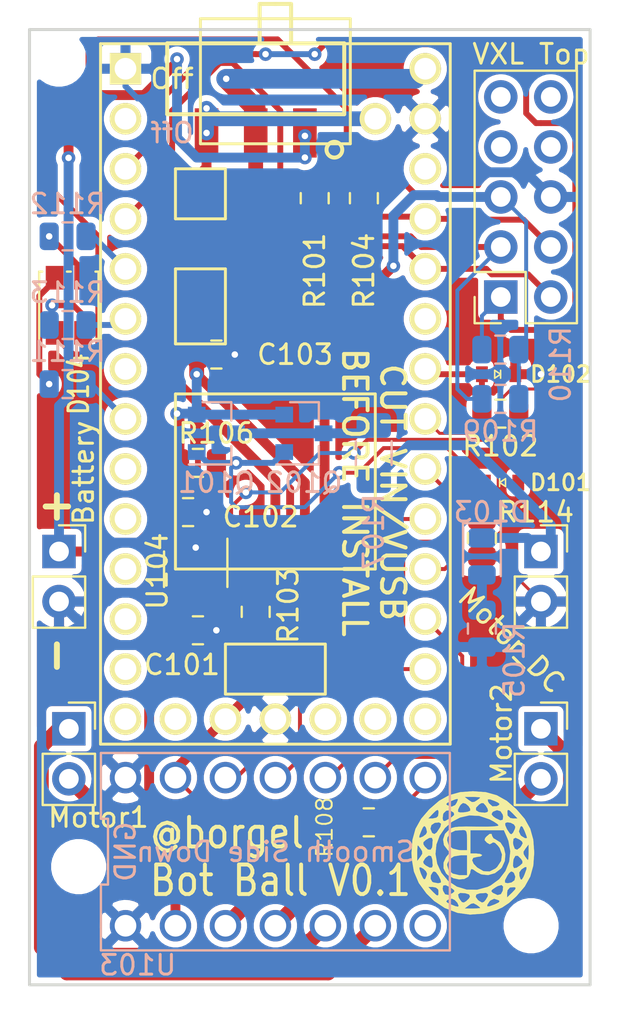
<source format=kicad_pcb>
(kicad_pcb (version 20171130) (host pcbnew "(5.1.2)-2")
  (layers (0 F.Cu signal) (31 B.Cu signal) (34 B.Paste user) (35 F.Paste user) (36 B.SilkS user) (37 F.SilkS user) (38 B.Mask user) (39 F.Mask user) (44 Edge.Cuts user))
  (net 0 "")
  (net 1 "Net-(D101-Pad1)")
  (net 2 "Net-(D101-Pad2)")
  (net 3 GND)
  (net 4 "Net-(U101-Pad2)")
  (net 5 "Net-(U101-Pad7)")
  (net 6 "Net-(U101-Pad9)")
  (net 7 "Net-(U101-Pad10)")
  (net 8 "Net-(U101-Pad11)")
  (net 9 "Net-(U101-Pad12)")
  (net 10 "Net-(U101-Pad13)")
  (net 11 "Net-(U101-Pad31)")
  (net 12 "Net-(U101-Pad28)")
  (net 13 "Net-(U101-Pad14)")
  (net 14 +3V3)
  (net 15 "Net-(U101-Pad20)")
  (net 16 "Net-(U101-Pad19)")
  (net 17 "Net-(U101-Pad18)")
  (net 18 Vusb)
  (net 19 "Net-(C102-Pad1)")
  (net 20 /~BATT_CHARGE_STAT)
  (net 21 "Net-(D103-Pad2)")
  (net 22 "Net-(D103-Pad1)")
  (net 23 "Net-(J101-Pad2)")
  (net 24 "Net-(J101-Pad1)")
  (net 25 "Net-(J102-Pad2)")
  (net 26 "Net-(J102-Pad1)")
  (net 27 /I2C1_SCL)
  (net 28 "Net-(R102-Pad1)")
  (net 29 "Net-(R103-Pad1)")
  (net 30 /I2C1_SDA)
  (net 31 Vin)
  (net 32 /MIRROR_MOTOR_PWM)
  (net 33 "Net-(Q101-Pad3)")
  (net 34 "Net-(R108-Pad1)")
  (net 35 /~VLX_SDN)
  (net 36 /VLX_INT)
  (net 37 "Net-(D104-Pad2)")
  (net 38 /LED_R_PWM)
  (net 39 "Net-(D104-Pad3)")
  (net 40 /LED_G_PWM)
  (net 41 "Net-(D104-Pad4)")
  (net 42 /LED_B_PWM)
  (net 43 /Motor1_PWM)
  (net 44 /Motor2_PWM)
  (net 45 /Motor1_Phase)
  (net 46 /Motor2_Phase)
  (net 47 "Net-(U102-Pad10)")
  (net 48 "Net-(U102-Pad9)")
  (net 49 "Net-(U102-Pad7)")
  (net 50 "Net-(U103-Pad8)")
  (net 51 "Net-(U102-Pad8)")
  (net 52 "Net-(U101-Pad15)")
  (module "Borgel Custom:BTG Logo 0.25in" (layer F.Cu) (at 130 74.25)
    (fp_text reference G*** hide)
    (fp_text value LOGO hide)
  )
  (module "Borgel Custom:Pololu-DRV8835-Carrier" (layer B.Cu) (at 120 74.24)
    (fp_text reference U103 (at -7 5.76) (layer B.SilkS) (effects (justify mirror)))
    (fp_text value Pololu-DRV8835-2135)
    (fp_text user GND (at -7.62 0 -90) (layer B.SilkS) (effects (justify mirror)))
    (fp_text user "Smooth Side Down" (at 0 0) (layer B.SilkS) (effects (justify mirror)))
    (pad 7 thru_hole circle (at 7.62 -3.76) (size 1.6 1.6) (drill 1.1) (layers *.Cu *.Mask) (net 34 "Net-(R108-Pad1)"))
    (pad 8 thru_hole circle (at 7.62 3.76) (size 1.6 1.6) (drill 1.1) (layers *.Cu *.Mask) (net 50 "Net-(U103-Pad8)"))
    (pad 6 thru_hole circle (at 5.08 -3.76) (size 1.6 1.6) (drill 1.1) (layers *.Cu *.Mask) (net 45 /Motor1_Phase))
    (pad 9 thru_hole circle (at 5.08 3.76) (size 1.6 1.6) (drill 1.1) (layers *.Cu *.Mask) (net 24 "Net-(J101-Pad1)"))
    (pad 5 thru_hole circle (at 2.54 -3.76) (size 1.6 1.6) (drill 1.1) (layers *.Cu *.Mask) (net 43 /Motor1_PWM))
    (pad 10 thru_hole circle (at 2.54 3.76) (size 1.6 1.6) (drill 1.1) (layers *.Cu *.Mask) (net 23 "Net-(J101-Pad2)"))
    (pad 4 thru_hole circle (at 0 -3.76) (size 1.6 1.6) (drill 1.1) (layers *.Cu *.Mask) (net 46 /Motor2_Phase))
    (pad 11 thru_hole circle (at 0 3.76) (size 1.6 1.6) (drill 1.1) (layers *.Cu *.Mask) (net 26 "Net-(J102-Pad1)"))
    (pad 3 thru_hole circle (at -2.54 -3.76) (size 1.6 1.6) (drill 1.1) (layers *.Cu *.Mask) (net 44 /Motor2_PWM))
    (pad 12 thru_hole circle (at -2.54 3.76) (size 1.6 1.6) (drill 1.1) (layers *.Cu *.Mask) (net 25 "Net-(J102-Pad2)"))
    (pad 2 thru_hole circle (at -5.08 -3.76) (size 1.6 1.6) (drill 1.1) (layers *.Cu *.Mask) (net 14 +3V3))
    (pad 13 thru_hole circle (at -5.08 3.76) (size 1.6 1.6) (drill 1.1) (layers *.Cu *.Mask) (net 31 Vin))
    (pad 1 thru_hole circle (at -7.62 -3.76) (size 1.6 1.6) (drill 1.1) (layers *.Cu *.Mask) (net 3 GND))
    (pad 14 thru_hole circle (at -7.62 3.76) (size 1.6 1.6) (drill 1.1) (layers *.Cu *.Mask) (net 3 GND))
  )
  (module MountingHole:MountingHole_2.2mm_M2 (layer F.Cu) (at 110 75)
    (fp_text reference H103 hide)
    (fp_text value MountingHole hide)
    (pad 1 np_thru_hole circle (at 0 0) (size 2.2 2.2) (drill 2.2) (layers *.Cu *.Mask))
  )
  (module MountingHole:MountingHole_2.2mm_M2 (layer F.Cu) (at 109 34)
    (fp_text reference H102 hide)
    (fp_text value MountingHole hide)
    (pad 1 np_thru_hole circle (at 0 0) (size 2.2 2.2) (drill 2.2) (layers *.Cu *.Mask))
  )
  (module MountingHole:MountingHole_2.2mm_M2 (layer F.Cu) (at 133 78)
    (fp_text reference H101 hide)
    (fp_text value MountingHole hide)
    (pad 1 np_thru_hole circle (at 0 0) (size 2.2 2.2) (drill 2.2) (layers *.Cu *.Mask))
  )
  (module Resistor_SMD:R_0805_2012Metric (layer F.Cu) (at 130.5 58.312499 90)
    (fp_text reference R114 (at 1.312499 2.75 180) (layer F.SilkS))
    (fp_text value 400r)
    (pad 2 smd roundrect (at 0.9375 0 90) (size 0.975 1.4) (layers F.Cu F.Paste F.Mask) (net 1 "Net-(D101-Pad1)"))
    (pad 1 smd roundrect (at -0.9375 0 90) (size 0.975 1.4) (layers F.Cu F.Paste F.Mask) (net 3 GND))
  )
  (module LED_SMD:LED_Kingbright_AAA3528ESGCT (layer F.Cu) (at 109.5 46.5 90)
    (fp_text reference D104 (at -4 0.5 90) (layer F.SilkS) (effects (font (size 1 0.8))))
    (fp_text value LED_ARGB)
    (pad 1 smd rect (at -1.4 -0.725 90) (size 1.2 0.9) (layers F.Cu F.Paste F.Mask) (net 14 +3V3))
    (pad 3 smd rect (at 1.4 0.725 90) (size 1.2 0.9) (layers F.Cu F.Paste F.Mask) (net 39 "Net-(D104-Pad3)"))
    (pad 4 smd rect (at -1.4 0.725 90) (size 1.2 0.9) (layers F.Cu F.Paste F.Mask) (net 41 "Net-(D104-Pad4)"))
    (pad 2 smd rect (at 1.4 -0.725 90) (size 1.2 0.9) (layers F.Cu F.Paste F.Mask) (net 37 "Net-(D104-Pad2)"))
  )
  (module Capacitor_SMD:C_0805_2012Metric (layer F.Cu) (at 117 49)
    (fp_text reference C103 (at 4 0) (layer F.SilkS))
    (fp_text value 4.7uF)
    (pad 2 smd roundrect (at 0.9375 0) (size 0.975 1.4) (layers F.Cu F.Paste F.Mask) (net 3 GND))
    (pad 1 smd roundrect (at -0.9375 0) (size 0.975 1.4) (layers F.Cu F.Paste F.Mask) (net 31 Vin))
  )
  (module teensy:TeensyLC-StrippedUSB (layer F.Cu) (at 120 51 270)
    (fp_text reference U101 hide)
    (fp_text value Teensy-LC)
    (pad 1 thru_hole rect (at -16.51 7.62 270) (size 1.6 1.6) (drill 1.1) (layers *.Cu *.Mask F.SilkS) (net 3 GND))
    (pad 2 thru_hole circle (at -13.97 7.62 270) (size 1.6 1.6) (drill 1.1) (layers *.Cu *.Mask F.SilkS) (net 4 "Net-(U101-Pad2)"))
    (pad 3 thru_hole circle (at -11.43 7.62 270) (size 1.6 1.6) (drill 1.1) (layers *.Cu *.Mask F.SilkS) (net 36 /VLX_INT))
    (pad 4 thru_hole circle (at -8.89 7.62 270) (size 1.6 1.6) (drill 1.1) (layers *.Cu *.Mask F.SilkS) (net 35 /~VLX_SDN))
    (pad 5 thru_hole circle (at -6.35 7.62 270) (size 1.6 1.6) (drill 1.1) (layers *.Cu *.Mask F.SilkS) (net 40 /LED_G_PWM))
    (pad 6 thru_hole circle (at -3.81 7.62 270) (size 1.6 1.6) (drill 1.1) (layers *.Cu *.Mask F.SilkS) (net 42 /LED_B_PWM))
    (pad 7 thru_hole circle (at -1.27 7.62 270) (size 1.6 1.6) (drill 1.1) (layers *.Cu *.Mask F.SilkS) (net 5 "Net-(U101-Pad7)"))
    (pad 8 thru_hole circle (at 1.27 7.62 270) (size 1.6 1.6) (drill 1.1) (layers *.Cu *.Mask F.SilkS) (net 38 /LED_R_PWM))
    (pad 9 thru_hole circle (at 3.81 7.62 270) (size 1.6 1.6) (drill 1.1) (layers *.Cu *.Mask F.SilkS) (net 6 "Net-(U101-Pad9)"))
    (pad 10 thru_hole circle (at 6.35 7.62 270) (size 1.6 1.6) (drill 1.1) (layers *.Cu *.Mask F.SilkS) (net 7 "Net-(U101-Pad10)"))
    (pad 11 thru_hole circle (at 8.89 7.62 270) (size 1.6 1.6) (drill 1.1) (layers *.Cu *.Mask F.SilkS) (net 8 "Net-(U101-Pad11)"))
    (pad 12 thru_hole circle (at 11.43 7.62 270) (size 1.6 1.6) (drill 1.1) (layers *.Cu *.Mask F.SilkS) (net 9 "Net-(U101-Pad12)"))
    (pad 13 thru_hole circle (at 13.97 7.62 270) (size 1.6 1.6) (drill 1.1) (layers *.Cu *.Mask F.SilkS) (net 10 "Net-(U101-Pad13)"))
    (pad 34 thru_hole circle (at -13.97 -5.08 270) (size 1.6 1.6) (drill 1.1) (layers *.Cu *.Mask F.SilkS) (net 18 Vusb))
    (pad 33 thru_hole circle (at -16.51 -7.62 270) (size 1.6 1.6) (drill 1.1) (layers *.Cu *.Mask F.SilkS) (net 31 Vin))
    (pad 32 thru_hole circle (at -13.97 -7.62 270) (size 1.6 1.6) (drill 1.1) (layers *.Cu *.Mask F.SilkS) (net 3 GND))
    (pad 31 thru_hole circle (at -11.43 -7.62 270) (size 1.6 1.6) (drill 1.1) (layers *.Cu *.Mask F.SilkS) (net 11 "Net-(U101-Pad31)"))
    (pad 30 thru_hole circle (at -8.89 -7.62 270) (size 1.6 1.6) (drill 1.1) (layers *.Cu *.Mask F.SilkS) (net 30 /I2C1_SDA))
    (pad 29 thru_hole circle (at -6.35 -7.62 270) (size 1.6 1.6) (drill 1.1) (layers *.Cu *.Mask F.SilkS) (net 27 /I2C1_SCL))
    (pad 28 thru_hole circle (at -3.81 -7.62 270) (size 1.6 1.6) (drill 1.1) (layers *.Cu *.Mask F.SilkS) (net 12 "Net-(U101-Pad28)"))
    (pad 27 thru_hole circle (at -1.27 -7.62 270) (size 1.6 1.6) (drill 1.1) (layers *.Cu *.Mask F.SilkS) (net 20 /~BATT_CHARGE_STAT))
    (pad 26 thru_hole circle (at 1.27 -7.62 270) (size 1.6 1.6) (drill 1.1) (layers *.Cu *.Mask F.SilkS) (net 2 "Net-(D101-Pad2)"))
    (pad 25 thru_hole circle (at 3.81 -7.62 270) (size 1.6 1.6) (drill 1.1) (layers *.Cu *.Mask F.SilkS) (net 43 /Motor1_PWM))
    (pad 24 thru_hole circle (at 6.35 -7.62 270) (size 1.6 1.6) (drill 1.1) (layers *.Cu *.Mask F.SilkS) (net 44 /Motor2_PWM))
    (pad 23 thru_hole circle (at 8.89 -7.62 270) (size 1.6 1.6) (drill 1.1) (layers *.Cu *.Mask F.SilkS) (net 32 /MIRROR_MOTOR_PWM))
    (pad 22 thru_hole circle (at 11.43 -7.62 270) (size 1.6 1.6) (drill 1.1) (layers *.Cu *.Mask F.SilkS) (net 45 /Motor1_Phase))
    (pad 21 thru_hole circle (at 13.97 -7.62 270) (size 1.6 1.6) (drill 1.1) (layers *.Cu *.Mask F.SilkS) (net 46 /Motor2_Phase))
    (pad 14 thru_hole circle (at 16.51 7.62 270) (size 1.6 1.6) (drill 1.1) (layers *.Cu *.Mask F.SilkS) (net 13 "Net-(U101-Pad14)"))
    (pad 15 thru_hole circle (at 16.51 5.08 270) (size 1.6 1.6) (drill 1.1) (layers *.Cu *.Mask F.SilkS) (net 52 "Net-(U101-Pad15)"))
    (pad 16 thru_hole circle (at 16.51 2.54 270) (size 1.6 1.6) (drill 1.1) (layers *.Cu *.Mask F.SilkS) (net 14 +3V3))
    (pad 20 thru_hole circle (at 16.51 -7.62 270) (size 1.6 1.6) (drill 1.1) (layers *.Cu *.Mask F.SilkS) (net 15 "Net-(U101-Pad20)"))
    (pad 19 thru_hole circle (at 16.51 -5.08 270) (size 1.6 1.6) (drill 1.1) (layers *.Cu *.Mask F.SilkS) (net 16 "Net-(U101-Pad19)"))
    (pad 18 thru_hole circle (at 16.51 -2.54 270) (size 1.6 1.6) (drill 1.1) (layers *.Cu *.Mask F.SilkS) (net 17 "Net-(U101-Pad18)"))
    (pad 17 thru_hole circle (at 16.51 0 270) (size 1.6 1.6) (drill 1.1) (layers *.Cu *.Mask F.SilkS) (net 3 GND))
  )
  (module "Borgel Custom:CK-JS102011SAQN_sm-spdt-switch-NoPeg" (layer F.Cu) (at 119 35 180)
    (fp_text reference SW101 hide)
    (fp_text value SW_SPDT hide)
    (pad 1 smd rect (at -2.5 -2.75 180) (size 1.2 2.5) (layers F.Cu F.Paste F.Mask) (net 19 "Net-(C102-Pad1)"))
    (pad 2 smd rect (at 0 -2.75 180) (size 1.2 2.5) (layers F.Cu F.Paste F.Mask) (net 31 Vin))
    (pad 3 smd rect (at 2.5 -2.75 180) (size 1.2 2.5) (layers F.Cu F.Paste F.Mask) (net 18 Vusb))
  )
  (module Package_TO_SOT_SMD:SOT-23 (layer B.Cu) (at 121.45 53)
    (fp_text reference Q102 (at 0 2.5) (layer B.SilkS) (effects (justify mirror)))
    (fp_text value DMP3099L-7)
    (pad 3 smd rect (at 1 0) (size 0.9 0.8) (layers B.Cu B.Paste B.Mask) (net 33 "Net-(Q101-Pad3)"))
    (pad 2 smd rect (at -1 -0.95) (size 0.9 0.8) (layers B.Cu B.Paste B.Mask) (net 31 Vin))
    (pad 1 smd rect (at -1 0.95) (size 0.9 0.8) (layers B.Cu B.Paste B.Mask) (net 32 /MIRROR_MOTOR_PWM))
  )
  (module Package_TO_SOT_SMD:SOT-23 (layer B.Cu) (at 117 53)
    (fp_text reference Q101 (at 0 2.5) (layer B.SilkS) (effects (justify mirror)))
    (fp_text value DMP3099L-7)
    (pad 3 smd rect (at 1 0) (size 0.9 0.8) (layers B.Cu B.Paste B.Mask) (net 33 "Net-(Q101-Pad3)"))
    (pad 2 smd rect (at -1 -0.95) (size 0.9 0.8) (layers B.Cu B.Paste B.Mask) (net 31 Vin))
    (pad 1 smd rect (at -1 0.95) (size 0.9 0.8) (layers B.Cu B.Paste B.Mask) (net 32 /MIRROR_MOTOR_PWM))
  )
  (module Package_TO_SOT_SMD:SOT-23-5 (layer F.Cu) (at 115.95 59.9 270)
    (fp_text reference U104 (at 0.1 1.95 90) (layer F.SilkS))
    (fp_text value MCP73831)
    (pad 5 smd rect (at 1.1 -0.95 270) (size 1.06 0.65) (layers F.Cu F.Paste F.Mask) (net 29 "Net-(R103-Pad1)"))
    (pad 4 smd rect (at 1.1 0.95 270) (size 1.06 0.65) (layers F.Cu F.Paste F.Mask) (net 18 Vusb))
    (pad 3 smd rect (at -1.1 0.95 270) (size 1.06 0.65) (layers F.Cu F.Paste F.Mask) (net 19 "Net-(C102-Pad1)"))
    (pad 2 smd rect (at -1.1 0 270) (size 1.06 0.65) (layers F.Cu F.Paste F.Mask) (net 3 GND))
    (pad 1 smd rect (at -1.1 -0.95 270) (size 1.06 0.65) (layers F.Cu F.Paste F.Mask) (net 28 "Net-(R102-Pad1)"))
  )
  (module Connector_PinSocket_2.54mm:PinSocket_2x05_P2.54mm_Vertical (layer F.Cu) (at 131.46 46.08 180)
    (fp_text reference U102 hide)
    (fp_text value VL53L1X-SATEL)
    (pad 10 thru_hole oval (at -2.54 10.16 180) (size 1.7 1.7) (drill 1) (layers *.Cu *.Mask) (net 47 "Net-(U102-Pad10)"))
    (pad 9 thru_hole oval (at 0 10.16 180) (size 1.7 1.7) (drill 1) (layers *.Cu *.Mask) (net 48 "Net-(U102-Pad9)"))
    (pad 8 thru_hole oval (at -2.54 7.62 180) (size 1.7 1.7) (drill 1) (layers *.Cu *.Mask) (net 51 "Net-(U102-Pad8)"))
    (pad 7 thru_hole oval (at 0 7.62 180) (size 1.7 1.7) (drill 1) (layers *.Cu *.Mask) (net 49 "Net-(U102-Pad7)"))
    (pad 6 thru_hole oval (at -2.54 5.08 180) (size 1.7 1.7) (drill 1) (layers *.Cu *.Mask) (net 3 GND))
    (pad 5 thru_hole oval (at 0 5.08 180) (size 1.7 1.7) (drill 1) (layers *.Cu *.Mask) (net 14 +3V3))
    (pad 4 thru_hole oval (at -2.54 2.54 180) (size 1.7 1.7) (drill 1) (layers *.Cu *.Mask) (net 30 /I2C1_SDA))
    (pad 3 thru_hole oval (at 0 2.54 180) (size 1.7 1.7) (drill 1) (layers *.Cu *.Mask) (net 35 /~VLX_SDN))
    (pad 2 thru_hole oval (at -2.54 0 180) (size 1.7 1.7) (drill 1) (layers *.Cu *.Mask) (net 27 /I2C1_SCL))
    (pad 1 thru_hole rect (at 0 0 180) (size 1.7 1.7) (drill 1) (layers *.Cu *.Mask) (net 36 /VLX_INT))
  )
  (module Resistor_SMD:R_0805_2012Metric (layer B.Cu) (at 109.4375 47.5 180)
    (fp_text reference R113 (at 0 1.65) (layer B.SilkS) (effects (justify mirror)))
    (fp_text value 400r)
    (pad 2 smd roundrect (at 0.9375 0 180) (size 0.975 1.4) (layers B.Cu B.Paste B.Mask) (net 41 "Net-(D104-Pad4)"))
    (pad 1 smd roundrect (at -0.9375 0 180) (size 0.975 1.4) (layers B.Cu B.Paste B.Mask) (net 42 /LED_B_PWM))
  )
  (module Resistor_SMD:R_0805_2012Metric (layer B.Cu) (at 109.4375 43 180)
    (fp_text reference R112 (at 0 1.65) (layer B.SilkS) (effects (justify mirror)))
    (fp_text value 400r)
    (pad 2 smd roundrect (at 0.9375 0 180) (size 0.975 1.4) (layers B.Cu B.Paste B.Mask) (net 39 "Net-(D104-Pad3)"))
    (pad 1 smd roundrect (at -0.9375 0 180) (size 0.975 1.4) (layers B.Cu B.Paste B.Mask) (net 40 /LED_G_PWM))
  )
  (module Resistor_SMD:R_0805_2012Metric (layer B.Cu) (at 109.4375 50.5 180)
    (fp_text reference R111 (at 0 1.65) (layer B.SilkS) (effects (justify mirror)))
    (fp_text value 400r)
    (pad 2 smd roundrect (at 0.9375 0 180) (size 0.975 1.4) (layers B.Cu B.Paste B.Mask) (net 37 "Net-(D104-Pad2)"))
    (pad 1 smd roundrect (at -0.9375 0 180) (size 0.975 1.4) (layers B.Cu B.Paste B.Mask) (net 38 /LED_R_PWM))
  )
  (module Resistor_SMD:R_0805_2012Metric (layer B.Cu) (at 131.4375 48.75)
    (fp_text reference R110 (at 3.0625 0.75 270) (layer B.SilkS) (effects (justify mirror)))
    (fp_text value 10k)
    (pad 2 smd roundrect (at 0.9375 0) (size 0.975 1.4) (layers B.Cu B.Paste B.Mask) (net 14 +3V3))
    (pad 1 smd roundrect (at -0.9375 0) (size 0.975 1.4) (layers B.Cu B.Paste B.Mask) (net 36 /VLX_INT))
  )
  (module Resistor_SMD:R_0805_2012Metric (layer B.Cu) (at 131.4375 51.25)
    (fp_text reference R109 (at 0 1.65) (layer B.SilkS) (effects (justify mirror)))
    (fp_text value 10k)
    (pad 2 smd roundrect (at 0.9375 0) (size 0.975 1.4) (layers B.Cu B.Paste B.Mask) (net 14 +3V3))
    (pad 1 smd roundrect (at -0.9375 0) (size 0.975 1.4) (layers B.Cu B.Paste B.Mask) (net 35 /~VLX_SDN))
  )
  (module Resistor_SMD:R_0805_2012Metric (layer F.Cu) (at 124.75 72.75 180)
    (fp_text reference R108 (at 2.25 -0.25 90) (layer F.SilkS) (effects (font (size 0.8 0.8) (thickness 0.1))))
    (fp_text value 10k)
    (pad 2 smd roundrect (at 0.9375 0 180) (size 0.975 1.4) (layers F.Cu F.Paste F.Mask) (net 14 +3V3))
    (pad 1 smd roundrect (at -0.9375 0 180) (size 0.975 1.4) (layers F.Cu F.Paste F.Mask) (net 34 "Net-(R108-Pad1)"))
  )
  (module Resistor_SMD:R_1206_3216Metric (layer B.Cu) (at 125 54 90)
    (fp_text reference R107 (at -4 0 90) (layer B.SilkS) (effects (justify mirror)))
    (fp_text value 0r)
    (pad 2 smd roundrect (at 1.4 0 90) (size 1.25 1.75) (layers B.Cu B.Paste B.Mask) (roundrect_rratio 0.2) (net 33 "Net-(Q101-Pad3)"))
    (pad 1 smd roundrect (at -1.4 0 90) (size 1.25 1.75) (layers B.Cu B.Paste B.Mask) (roundrect_rratio 0.2) (net 22 "Net-(D103-Pad1)"))
  )
  (module Resistor_SMD:R_0805_2012Metric (layer F.Cu) (at 116.0625 54.5 180)
    (fp_text reference R106 (at -0.9375 1.5) (layer F.SilkS))
    (fp_text value 10k)
    (pad 1 smd roundrect (at -0.9375 0 180) (size 0.975 1.4) (layers F.Cu F.Paste F.Mask) (net 32 /MIRROR_MOTOR_PWM))
    (pad 2 smd roundrect (at 0.9375 0 180) (size 0.975 1.4) (layers F.Cu F.Paste F.Mask) (net 31 Vin))
  )
  (module Resistor_SMD:R_0805_2012Metric (layer B.Cu) (at 130.5 62.912913 90)
    (fp_text reference R105 (at -1.587087 1.65 90) (layer B.SilkS) (effects (justify mirror)))
    (fp_text value 0r)
    (pad 2 smd roundrect (at 0.9375 0 90) (size 0.975 1.4) (layers B.Cu B.Paste B.Mask) (net 21 "Net-(D103-Pad2)"))
    (pad 1 smd roundrect (at -0.9375 0 90) (size 0.975 1.4) (layers B.Cu B.Paste B.Mask) (net 3 GND))
  )
  (module Resistor_SMD:R_0805_2012Metric (layer F.Cu) (at 124.5 41.0625 270)
    (fp_text reference R104 (at 3.6875 0 90) (layer F.SilkS))
    (fp_text value 4.7k)
    (pad 2 smd roundrect (at 0.9375 0 270) (size 0.975 1.4) (layers F.Cu F.Paste F.Mask) (net 30 /I2C1_SDA))
    (pad 1 smd roundrect (at -0.9375 0 270) (size 0.975 1.4) (layers F.Cu F.Paste F.Mask) (net 14 +3V3))
  )
  (module Resistor_SMD:R_0805_2012Metric (layer F.Cu) (at 119 62.0625 270)
    (fp_text reference R103 (at -0.3125 -1.65 90) (layer F.SilkS))
    (fp_text value 2k)
    (pad 2 smd roundrect (at 0.9375 0 270) (size 0.975 1.4) (layers F.Cu F.Paste F.Mask) (net 3 GND))
    (pad 1 smd roundrect (at -0.9375 0 270) (size 0.975 1.4) (layers F.Cu F.Paste F.Mask) (net 29 "Net-(R103-Pad1)"))
  )
  (module Resistor_SMD:R_0805_2012Metric (layer F.Cu) (at 131.4375 52 180)
    (fp_text reference R102 (at 0 -1.65) (layer F.SilkS))
    (fp_text value 400r)
    (pad 2 smd roundrect (at 0.9375 0 180) (size 0.975 1.4) (layers F.Cu F.Paste F.Mask) (net 20 /~BATT_CHARGE_STAT))
    (pad 1 smd roundrect (at -0.9375 0 180) (size 0.975 1.4) (layers F.Cu F.Paste F.Mask) (net 28 "Net-(R102-Pad1)"))
  )
  (module Connector_PinSocket_2.54mm:PinSocket_1x02_P2.54mm_Vertical (layer F.Cu) (at 133.5 59)
    (fp_text reference M101)
    (fp_text value Motor_DC (at -1.5 4.5 315) (layer F.SilkS))
    (pad 2 thru_hole oval (at 0 2.54) (size 1.7 1.7) (drill 1) (layers *.Cu *.Mask) (net 3 GND))
    (pad 1 thru_hole rect (at 0 0) (size 1.7 1.7) (drill 1) (layers *.Cu *.Mask) (net 22 "Net-(D103-Pad1)"))
  )
  (module Connector_PinSocket_2.54mm:PinSocket_1x02_P2.54mm_Vertical (layer F.Cu) (at 109 59)
    (fp_text reference J103)
    (fp_text value Battery (at 1.25 -4 270) (layer F.SilkS))
    (pad 2 thru_hole oval (at 0 2.54) (size 1.7 1.7) (drill 1) (layers *.Cu *.Mask) (net 3 GND))
    (pad 1 thru_hole rect (at 0 0) (size 1.7 1.7) (drill 1) (layers *.Cu *.Mask) (net 19 "Net-(C102-Pad1)"))
  )
  (module Connector_PinSocket_2.54mm:PinSocket_1x02_P2.54mm_Vertical (layer F.Cu) (at 133.5 68)
    (fp_text reference J102)
    (fp_text value Motor2 (at -2 0.25 90) (layer F.SilkS))
    (pad 2 thru_hole oval (at 0 2.54) (size 1.7 1.7) (drill 1) (layers *.Cu *.Mask) (net 25 "Net-(J102-Pad2)"))
    (pad 1 thru_hole rect (at 0 0) (size 1.7 1.7) (drill 1) (layers *.Cu *.Mask) (net 26 "Net-(J102-Pad1)"))
  )
  (module Connector_PinSocket_2.54mm:PinSocket_1x02_P2.54mm_Vertical (layer F.Cu) (at 109.5 68)
    (fp_text reference J101)
    (fp_text value Motor1 (at 1.5 4.5 180) (layer F.SilkS))
    (pad 2 thru_hole oval (at 0 2.54) (size 1.7 1.7) (drill 1) (layers *.Cu *.Mask) (net 23 "Net-(J101-Pad2)"))
    (pad 1 thru_hole rect (at 0 0) (size 1.7 1.7) (drill 1) (layers *.Cu *.Mask) (net 24 "Net-(J101-Pad1)"))
  )
  (module Diode_SMD:D_0805_2012Metric (layer B.Cu) (at 130.5 59.25 270)
    (fp_text reference D103 (at -2.25 -0.5) (layer B.SilkS) (effects (justify mirror)))
    (fp_text value D_ALT)
    (pad 2 smd roundrect (at 0.9375 0 270) (size 0.975 1.4) (layers B.Cu B.Paste B.Mask) (net 21 "Net-(D103-Pad2)"))
    (pad 1 smd roundrect (at -0.9375 0 270) (size 0.975 1.4) (layers B.Cu B.Paste B.Mask) (net 22 "Net-(D103-Pad1)"))
  )
  (module "Borgel Custom:LED_0603_SmallSilk" (layer F.Cu) (at 131.35 50 180)
    (fp_text reference D102 (at -3.15 0 180) (layer F.SilkS) (effects (font (size 0.8 0.8))))
    (fp_text value LED_ALT)
    (pad 1 smd rect (at -0.85 0 180) (size 0.6 0.8) (layers F.Cu F.Paste F.Mask) (net 3 GND))
    (pad 2 smd rect (at 0.85 0 180) (size 0.6 0.8) (layers F.Cu F.Paste F.Mask) (net 20 /~BATT_CHARGE_STAT))
  )
  (module Capacitor_SMD:C_0805_2012Metric (layer F.Cu) (at 115.5625 57)
    (fp_text reference C102 (at 3.6875 0.25) (layer F.SilkS))
    (fp_text value 4.7uF)
    (pad 2 smd roundrect (at 0.9375 0) (size 0.975 1.4) (layers F.Cu F.Paste F.Mask) (net 3 GND))
    (pad 1 smd roundrect (at -0.9375 0) (size 0.975 1.4) (layers F.Cu F.Paste F.Mask) (net 19 "Net-(C102-Pad1)"))
  )
  (module Capacitor_SMD:C_0805_2012Metric (layer F.Cu) (at 116.0625 63)
    (fp_text reference C101 (at -0.8125 1.75) (layer F.SilkS))
    (fp_text value 4.7uF)
    (pad 2 smd roundrect (at 0.9375 0) (size 0.975 1.4) (layers F.Cu F.Paste F.Mask) (net 3 GND))
    (pad 1 smd roundrect (at -0.9375 0) (size 0.975 1.4) (layers F.Cu F.Paste F.Mask) (net 18 Vusb))
  )
  (module "Borgel Custom:LED_0603_SmallSilk" (layer F.Cu) (at 131.5 55.5)
    (fp_text reference D101 (at 3 0 -180) (layer F.SilkS) (effects (font (size 0.8 0.8))))
    (fp_text value LED_ALT)
    (pad 1 smd rect (at -0.85 0) (size 0.6 0.8) (layers F.Cu F.Paste F.Mask) (net 1 "Net-(D101-Pad1)"))
    (pad 2 smd rect (at 0.85 0) (size 0.6 0.8) (layers F.Cu F.Paste F.Mask) (net 2 "Net-(D101-Pad2)"))
  )
  (module Resistor_SMD:R_0805_2012Metric (layer F.Cu) (at 122 41.0625 270)
    (fp_text reference R101 (at 3.6875 0 90) (layer F.SilkS))
    (fp_text value 4.7k)
    (pad 2 smd roundrect (at 0.9375 0 270) (size 0.975 1.4) (layers F.Cu F.Paste F.Mask) (net 27 /I2C1_SCL))
    (pad 1 smd roundrect (at -0.9375 0 270) (size 0.975 1.4) (layers F.Cu F.Paste F.Mask) (net 14 +3V3))
  )
  (gr_text "CUT VIN/VUSB\nBEFORE INSTALL" (at 125 56 -90) (layer F.SilkS) (effects (font (size 1.2 1.2) (thickness 0.2))))
  (gr_text Off (at 114.75 35) (layer F.SilkS) (effects (font (size 1 1))))
  (gr_text Off (at 114.75 37.75) (layer B.SilkS) (effects (font (size 1 1)) (justify mirror)))
  (gr_text "@borgel\nBot Ball V0.1" (at 113.5 74.5) (layer F.SilkS) (effects (font (size 1.5 1.3) (thickness 0.2)) (justify left)))
  (gr_text "+     -" (at 109 60.5 270) (layer F.SilkS) (effects (font (size 1.5 1.5) (thickness 0.3))))
  (gr_text "VXL Top" (at 133 33.75) (layer F.SilkS) (effects (font (size 1 1))))
  (gr_line (start 107.5 81) (end 107.5 32.5) (layer Edge.Cuts) (width 0.15))
  (gr_line (start 136 81) (end 107.5 81) (layer Edge.Cuts) (width 0.15))
  (gr_line (start 136 32.5) (end 136 81) (layer Edge.Cuts) (width 0.15))
  (gr_line (start 107.5 32.5) (end 136 32.5) (layer Edge.Cuts) (width 0.15))
  (segment (start 130.5 55.65) (end 130.65 55.5) (width 0.1524) (layer F.Cu) (net 1))
  (segment (start 130.5 57.374999) (end 130.5 55.65) (width 0.1524) (layer F.Cu) (net 1))
  (segment (start 128.35 53) (end 127.62 52.27) (width 0.1524) (layer F.Cu) (net 2))
  (segment (start 131.25 53) (end 128.35 53) (width 0.1524) (layer F.Cu) (net 2))
  (segment (start 131.5 52.75) (end 131.25 53) (width 0.1524) (layer F.Cu) (net 2))
  (segment (start 132 50.75) (end 131.5 51.25) (width 0.1524) (layer F.Cu) (net 2))
  (segment (start 133.25 50.75) (end 132 50.75) (width 0.1524) (layer F.Cu) (net 2))
  (segment (start 131.5 51.25) (end 131.5 52.75) (width 0.1524) (layer F.Cu) (net 2))
  (segment (start 133.75 53.5) (end 133.75 51.25) (width 0.1524) (layer F.Cu) (net 2))
  (segment (start 133.75 51.25) (end 133.25 50.75) (width 0.1524) (layer F.Cu) (net 2))
  (segment (start 132.35 54.9) (end 133.75 53.5) (width 0.1524) (layer F.Cu) (net 2))
  (segment (start 132.35 55.5) (end 132.35 54.9) (width 0.1524) (layer F.Cu) (net 2))
  (via (at 117.9375 49) (size 0.6858) (drill 0.3302) (layers F.Cu B.Cu) (net 3))
  (segment (start 132.747599 39.747599) (end 134 41) (width 0.5) (layer B.Cu) (net 3))
  (segment (start 127.62 37.03) (end 130.337599 39.747599) (width 0.5) (layer B.Cu) (net 3))
  (segment (start 130.337599 39.747599) (end 132.747599 39.747599) (width 0.5) (layer B.Cu) (net 3))
  (via (at 133.5 50) (size 0.6858) (drill 0.3302) (layers F.Cu B.Cu) (net 3))
  (segment (start 132.2 50) (end 133.5 50) (width 0.3) (layer F.Cu) (net 3))
  (via (at 115.95 58.8) (size 0.6858) (drill 0.3302) (layers F.Cu B.Cu) (net 3))
  (via (at 116.5 57) (size 0.6858) (drill 0.3302) (layers F.Cu B.Cu) (net 3))
  (via (at 117 63) (size 0.6858) (drill 0.3302) (layers F.Cu B.Cu) (net 3))
  (segment (start 119 63) (end 117 63) (width 0.3) (layer F.Cu) (net 3))
  (segment (start 131.209999 59.249999) (end 133.5 61.54) (width 0.1524) (layer F.Cu) (net 3))
  (segment (start 130.5 59.249999) (end 131.209999 59.249999) (width 0.1524) (layer F.Cu) (net 3))
  (segment (start 131.189587 63.850413) (end 133.5 61.54) (width 0.5) (layer B.Cu) (net 3))
  (segment (start 130.5 63.850413) (end 131.189587 63.850413) (width 0.5) (layer B.Cu) (net 3))
  (segment (start 109.849999 62.389999) (end 109.889999 62.389999) (width 0.5) (layer B.Cu) (net 3))
  (segment (start 109 61.54) (end 109.849999 62.389999) (width 0.5) (layer B.Cu) (net 3))
  (segment (start 109.889999 62.389999) (end 111.25 63.75) (width 0.5) (layer B.Cu) (net 3))
  (segment (start 116.25 63.75) (end 117 63) (width 0.5) (layer B.Cu) (net 3))
  (segment (start 111.25 63.75) (end 116.25 63.75) (width 0.5) (layer B.Cu) (net 3))
  (segment (start 111.907599 61.092401) (end 113.657599 61.092401) (width 0.5) (layer B.Cu) (net 3))
  (segment (start 113.657599 61.092401) (end 115.95 58.8) (width 0.5) (layer B.Cu) (net 3))
  (segment (start 111.46 61.54) (end 111.907599 61.092401) (width 0.5) (layer B.Cu) (net 3))
  (segment (start 109 61.54) (end 110.79 61.54) (width 0.5) (layer B.Cu) (net 3))
  (segment (start 110.79 61.54) (end 111.46 61.54) (width 0.5) (layer B.Cu) (net 3))
  (segment (start 110.79 61.54) (end 110.79 58.96) (width 0.5) (layer B.Cu) (net 3))
  (segment (start 111.197599 58.552401) (end 113.197599 58.552401) (width 0.5) (layer B.Cu) (net 3))
  (segment (start 110.79 58.96) (end 111.197599 58.552401) (width 0.5) (layer B.Cu) (net 3))
  (segment (start 112.38 34.49) (end 112.38 35.38) (width 0.3) (layer B.Cu) (net 3))
  (segment (start 112.38 35.38) (end 113 36) (width 0.3) (layer B.Cu) (net 3))
  (segment (start 113 36) (end 113.5 36) (width 0.3) (layer B.Cu) (net 3))
  (segment (start 123.625 40.125) (end 124.5 40.125) (width 0.3) (layer F.Cu) (net 14))
  (segment (start 122.5 40.125) (end 123.625 40.125) (width 0.3) (layer F.Cu) (net 14))
  (via (at 126 44.5) (size 0.6858) (drill 0.3302) (layers F.Cu B.Cu) (net 14))
  (segment (start 126 41.950446) (end 126 44.5) (width 0.5) (layer B.Cu) (net 14))
  (segment (start 127.042847 40.907599) (end 126 41.950446) (width 0.5) (layer B.Cu) (net 14))
  (segment (start 128.197153 40.907599) (end 127.042847 40.907599) (width 0.5) (layer B.Cu) (net 14))
  (segment (start 128.289554 41) (end 128.197153 40.907599) (width 0.5) (layer B.Cu) (net 14))
  (segment (start 131.46 41) (end 128.289554 41) (width 0.5) (layer B.Cu) (net 14))
  (segment (start 131.46 41) (end 131.5 41) (width 0.2) (layer B.Cu) (net 14))
  (segment (start 131.5 41) (end 132.75 42.25) (width 0.2) (layer B.Cu) (net 14))
  (segment (start 132.75 48.375) (end 132.375 48.75) (width 0.2) (layer B.Cu) (net 14))
  (segment (start 132.75 42.25) (end 132.75 48.375) (width 0.2) (layer B.Cu) (net 14))
  (segment (start 132.375 48.75) (end 132.375 51.25) (width 0.2) (layer B.Cu) (net 14))
  (segment (start 126.375 40.125) (end 124.5 40.125) (width 0.3) (layer F.Cu) (net 14))
  (segment (start 127.25 41) (end 126.375 40.125) (width 0.3) (layer F.Cu) (net 14))
  (segment (start 131.46 41) (end 127.25 41) (width 0.3) (layer F.Cu) (net 14))
  (segment (start 123.625 36.514804) (end 123.625 40.125) (width 0.3) (layer F.Cu) (net 14))
  (segment (start 120.110196 33) (end 123.625 36.514804) (width 0.3) (layer F.Cu) (net 14))
  (segment (start 110.5 33.5) (end 111 33) (width 0.3) (layer F.Cu) (net 14))
  (segment (start 110.5 35) (end 110.5 33.5) (width 0.3) (layer F.Cu) (net 14))
  (segment (start 111 33) (end 120.110196 33) (width 0.3) (layer F.Cu) (net 14))
  (segment (start 109.725 49) (end 110.719322 49) (width 0.3) (layer F.Cu) (net 14))
  (segment (start 108.5 37) (end 110.5 35) (width 0.3) (layer F.Cu) (net 14))
  (segment (start 108.775 48.05) (end 109.725 49) (width 0.3) (layer F.Cu) (net 14))
  (segment (start 108.5 40.5) (end 108.5 37) (width 0.3) (layer F.Cu) (net 14))
  (segment (start 111 48.719322) (end 111 43) (width 0.3) (layer F.Cu) (net 14))
  (segment (start 111 43) (end 108.5 40.5) (width 0.3) (layer F.Cu) (net 14))
  (segment (start 110.719322 49) (end 111 48.719322) (width 0.3) (layer F.Cu) (net 14))
  (segment (start 108.775 47.9) (end 108.775 48.05) (width 0.3) (layer F.Cu) (net 14))
  (segment (start 117.19 72.75) (end 123.8125 72.75) (width 0.2) (layer F.Cu) (net 14))
  (segment (start 114.92 70.48) (end 117.19 72.75) (width 0.2) (layer F.Cu) (net 14))
  (segment (start 122.5 63.922648) (end 120.770237 65.652411) (width 0.5) (layer F.Cu) (net 14))
  (segment (start 126 44.5) (end 122.5 48) (width 0.5) (layer F.Cu) (net 14))
  (segment (start 120.770237 65.652411) (end 119.317589 65.652411) (width 0.5) (layer F.Cu) (net 14))
  (segment (start 118.259999 66.710001) (end 117.46 67.51) (width 0.5) (layer F.Cu) (net 14))
  (segment (start 119.317589 65.652411) (end 118.259999 66.710001) (width 0.5) (layer F.Cu) (net 14))
  (segment (start 122.5 48) (end 122.5 63.922648) (width 0.5) (layer F.Cu) (net 14))
  (segment (start 114.92 70.05) (end 117.46 67.51) (width 0.5) (layer F.Cu) (net 14))
  (segment (start 114.92 70.48) (end 114.92 70.05) (width 0.5) (layer F.Cu) (net 14))
  (via (at 116.5 37.75) (size 0.6858) (drill 0.3302) (layers F.Cu B.Cu) (net 18))
  (via (at 116.5 36.5) (size 0.6858) (drill 0.3302) (layers F.Cu B.Cu) (net 18))
  (segment (start 116.5 37.75) (end 116.5 36.5) (width 0.75) (layer B.Cu) (net 18))
  (segment (start 115 62.875) (end 115.125 63) (width 0.5) (layer F.Cu) (net 18))
  (segment (start 115 61) (end 115 62.875) (width 0.5) (layer F.Cu) (net 18))
  (segment (start 115.825 59.97) (end 118.03 59.97) (width 0.5) (layer F.Cu) (net 18))
  (segment (start 115 61) (end 115 60.795) (width 0.5) (layer F.Cu) (net 18))
  (segment (start 115 60.795) (end 115.825 59.97) (width 0.5) (layer F.Cu) (net 18))
  (segment (start 118.03 59.97) (end 120 58) (width 0.5) (layer F.Cu) (net 18))
  (segment (start 120 55.396954) (end 114.5 49.896954) (width 0.5) (layer F.Cu) (net 18))
  (segment (start 120 58) (end 120 55.396954) (width 0.5) (layer F.Cu) (net 18))
  (segment (start 116.5 39.5) (end 116.5 37.75) (width 0.5) (layer F.Cu) (net 18))
  (segment (start 114.5 41.5) (end 116.5 39.5) (width 0.5) (layer F.Cu) (net 18))
  (segment (start 114.5 49.896954) (end 114.5 41.5) (width 0.5) (layer F.Cu) (net 18))
  (segment (start 125.08 37.03) (end 117.03 37.03) (width 0.75) (layer B.Cu) (net 18))
  (segment (start 117.03 37.03) (end 116.5 36.5) (width 0.75) (layer B.Cu) (net 18))
  (segment (start 113.072599 58.552401) (end 111.552401 58.552401) (width 0.5) (layer F.Cu) (net 19))
  (segment (start 114.625 57) (end 113.072599 58.552401) (width 0.5) (layer F.Cu) (net 19))
  (segment (start 111.104802 59) (end 109 59) (width 0.5) (layer F.Cu) (net 19))
  (segment (start 111.552401 58.552401) (end 111.104802 59) (width 0.5) (layer F.Cu) (net 19))
  (segment (start 114.625 58.425) (end 115 58.8) (width 0.5) (layer F.Cu) (net 19))
  (segment (start 114.625 57) (end 114.625 58.425) (width 0.5) (layer F.Cu) (net 19))
  (segment (start 109 51.61381) (end 109.48509 51.12872) (width 0.5) (layer B.Cu) (net 19))
  (segment (start 109 59) (end 109 51.61381) (width 0.5) (layer B.Cu) (net 19))
  (via (at 109.48509 39.01491) (size 0.6858) (drill 0.3302) (layers F.Cu B.Cu) (net 19))
  (segment (start 109.48509 51.12872) (end 109.48509 39.01491) (width 0.5) (layer B.Cu) (net 19))
  (segment (start 110.672401 35.827599) (end 113.327599 35.827599) (width 0.5) (layer F.Cu) (net 19))
  (segment (start 109.48509 37.01491) (end 110.672401 35.827599) (width 0.5) (layer F.Cu) (net 19))
  (segment (start 115 34.155198) (end 115 34) (width 0.5) (layer F.Cu) (net 19))
  (segment (start 109.48509 39.01491) (end 109.48509 37.01491) (width 0.5) (layer F.Cu) (net 19))
  (segment (start 113.327599 35.827599) (end 115 34.155198) (width 0.5) (layer F.Cu) (net 19))
  (via (at 115 34) (size 0.6858) (drill 0.3302) (layers F.Cu B.Cu) (net 19))
  (segment (start 115 34) (end 115 38) (width 0.5) (layer B.Cu) (net 19))
  (segment (start 116 39) (end 120.40031 39) (width 0.5) (layer B.Cu) (net 19))
  (via (at 121.5 37.90031) (size 0.6858) (drill 0.3302) (layers F.Cu B.Cu) (net 19))
  (segment (start 115 38) (end 116 39) (width 0.5) (layer B.Cu) (net 19))
  (via (at 121.5 39) (size 0.6858) (drill 0.3302) (layers F.Cu B.Cu) (net 19))
  (segment (start 121.5 39) (end 120.40031 39) (width 0.5) (layer B.Cu) (net 19))
  (segment (start 121.5 37.90031) (end 121.5 39) (width 0.5) (layer B.Cu) (net 19))
  (segment (start 130.5 52) (end 130.5 50) (width 0.3) (layer F.Cu) (net 20))
  (segment (start 127.89 50) (end 127.62 49.73) (width 0.3) (layer F.Cu) (net 20))
  (segment (start 130.5 50) (end 127.89 50) (width 0.3) (layer F.Cu) (net 20))
  (segment (start 130.5 60.1875) (end 130.5 61.975413) (width 0.5) (layer B.Cu) (net 21))
  (segment (start 134 57.65) (end 134 59) (width 0.5) (layer B.Cu) (net 22))
  (segment (start 129.957599 53.607599) (end 134 57.65) (width 0.5) (layer B.Cu) (net 22))
  (segment (start 126.792401 53.607599) (end 129.957599 53.607599) (width 0.5) (layer B.Cu) (net 22))
  (segment (start 125 55.4) (end 126.792401 53.607599) (width 0.5) (layer B.Cu) (net 22))
  (segment (start 132.8125 58.3125) (end 133.5 59) (width 0.5) (layer B.Cu) (net 22))
  (segment (start 130.5 58.3125) (end 132.8125 58.3125) (width 0.5) (layer B.Cu) (net 22))
  (segment (start 112 76) (end 112 73) (width 0.75) (layer F.Cu) (net 23))
  (segment (start 121.750001 78.749999) (end 121.00482 79.49518) (width 0.75) (layer F.Cu) (net 23))
  (segment (start 121.790001 78.749999) (end 121.750001 78.749999) (width 0.75) (layer F.Cu) (net 23))
  (segment (start 111.96 73) (end 109.5 70.54) (width 0.75) (layer F.Cu) (net 23))
  (segment (start 112 73) (end 111.96 73) (width 0.75) (layer F.Cu) (net 23))
  (segment (start 122.54 78) (end 121.790001 78.749999) (width 0.75) (layer F.Cu) (net 23))
  (segment (start 110.25 78.75) (end 110.99518 79.49518) (width 0.75) (layer F.Cu) (net 23))
  (segment (start 110.25 77.75) (end 110.25 78.75) (width 0.75) (layer F.Cu) (net 23))
  (segment (start 121.00482 79.49518) (end 110.99518 79.49518) (width 0.75) (layer F.Cu) (net 23))
  (segment (start 110.25 77.75) (end 112 76) (width 0.75) (layer F.Cu) (net 23))
  (segment (start 122.68241 80.39759) (end 125.08 78) (width 0.75) (layer F.Cu) (net 24))
  (segment (start 109.39759 80.39759) (end 122.68241 80.39759) (width 0.75) (layer F.Cu) (net 24))
  (segment (start 108.10241 79.10241) (end 109.39759 80.39759) (width 0.75) (layer F.Cu) (net 24))
  (segment (start 108.10241 68.89759) (end 108.10241 79.10241) (width 0.75) (layer F.Cu) (net 24))
  (segment (start 109.5 68) (end 109 68) (width 0.75) (layer F.Cu) (net 24))
  (segment (start 109 68) (end 108.10241 68.89759) (width 0.75) (layer F.Cu) (net 24))
  (segment (start 117.46 78) (end 120.46 75) (width 0.75) (layer F.Cu) (net 25))
  (segment (start 129.04 75) (end 133.5 70.54) (width 0.75) (layer F.Cu) (net 25))
  (segment (start 120.46 75) (end 129.04 75) (width 0.75) (layer F.Cu) (net 25))
  (segment (start 120 78) (end 121.5 76.5) (width 0.75) (layer F.Cu) (net 26))
  (segment (start 121.5 76.5) (end 131 76.5) (width 0.75) (layer F.Cu) (net 26))
  (segment (start 131 76.5) (end 135 72.5) (width 0.75) (layer F.Cu) (net 26))
  (segment (start 135 69.5) (end 133.5 68) (width 0.75) (layer F.Cu) (net 26))
  (segment (start 135 72.5) (end 135 69.5) (width 0.75) (layer F.Cu) (net 26))
  (segment (start 122.5 42.5875) (end 123.4125 43.5) (width 0.3) (layer F.Cu) (net 27))
  (segment (start 122.5 42) (end 122.5 42.5875) (width 0.3) (layer F.Cu) (net 27))
  (segment (start 126.47 43.5) (end 127.62 44.65) (width 0.3) (layer F.Cu) (net 27))
  (segment (start 123.4125 43.5) (end 126.47 43.5) (width 0.3) (layer F.Cu) (net 27))
  (segment (start 127.62 44.65) (end 130.722401 44.65) (width 0.3) (layer F.Cu) (net 27))
  (segment (start 133.150001 45.230001) (end 134 46.08) (width 0.3) (layer F.Cu) (net 27))
  (segment (start 132.847599 44.927599) (end 133.150001 45.230001) (width 0.3) (layer F.Cu) (net 27))
  (segment (start 131 44.927599) (end 132.847599 44.927599) (width 0.3) (layer F.Cu) (net 27))
  (segment (start 130.722401 44.65) (end 131 44.927599) (width 0.3) (layer F.Cu) (net 27))
  (via (at 124 54) (size 0.6858) (drill 0.3302) (layers F.Cu B.Cu) (net 28))
  (via (at 118.5 56) (size 0.6858) (drill 0.3302) (layers F.Cu B.Cu) (net 28))
  (segment (start 132.375 52.875) (end 131.921391 53.328609) (width 0.2) (layer F.Cu) (net 28))
  (segment (start 124.671391 53.328609) (end 124 54) (width 0.2) (layer F.Cu) (net 28))
  (segment (start 131.921391 53.328609) (end 124.671391 53.328609) (width 0.2) (layer F.Cu) (net 28))
  (segment (start 132.375 52) (end 132.375 52.875) (width 0.2) (layer F.Cu) (net 28))
  (segment (start 124 54) (end 122.25 54) (width 0.2) (layer B.Cu) (net 28))
  (segment (start 120.25 56) (end 118.5 56) (width 0.2) (layer B.Cu) (net 28))
  (segment (start 122.25 54) (end 120.25 56) (width 0.2) (layer B.Cu) (net 28))
  (segment (start 116.9 58.8) (end 116.95 58.8) (width 0.2) (layer F.Cu) (net 28))
  (segment (start 116.95 58.8) (end 117.75 58) (width 0.2) (layer F.Cu) (net 28))
  (segment (start 117.75 56.75) (end 118.5 56) (width 0.2) (layer F.Cu) (net 28))
  (segment (start 117.75 58) (end 117.75 56.75) (width 0.2) (layer F.Cu) (net 28))
  (segment (start 118.875 61) (end 119 61.125) (width 0.3) (layer F.Cu) (net 29))
  (segment (start 116.9 61) (end 118.875 61) (width 0.3) (layer F.Cu) (net 29))
  (segment (start 127.51 42) (end 127.62 42.11) (width 0.3) (layer F.Cu) (net 30))
  (segment (start 124.5 42) (end 127.51 42) (width 0.3) (layer F.Cu) (net 30))
  (segment (start 128.75137 42.11) (end 127.62 42.11) (width 0.3) (layer F.Cu) (net 30))
  (segment (start 128.793771 42.152401) (end 128.75137 42.11) (width 0.3) (layer F.Cu) (net 30))
  (segment (start 132.612401 42.152401) (end 128.793771 42.152401) (width 0.3) (layer F.Cu) (net 30))
  (segment (start 134 43.54) (end 132.612401 42.152401) (width 0.3) (layer F.Cu) (net 30))
  (segment (start 120.45 52.05) (end 119.05 52.05) (width 0.5) (layer B.Cu) (net 31))
  (segment (start 119.05 52.05) (end 116 52.05) (width 0.5) (layer B.Cu) (net 31))
  (via (at 116 50) (size 0.6858) (drill 0.3302) (layers F.Cu B.Cu) (net 31))
  (segment (start 116 50) (end 116 52.05) (width 0.5) (layer B.Cu) (net 31))
  (segment (start 116 50) (end 116 43) (width 0.75) (layer F.Cu) (net 31))
  (segment (start 119 40) (end 119 37.75) (width 0.75) (layer F.Cu) (net 31))
  (segment (start 116 43) (end 119 40) (width 0.75) (layer F.Cu) (net 31))
  (segment (start 116 49.0625) (end 116.0625 49) (width 0.75) (layer F.Cu) (net 31))
  (segment (start 116 50) (end 116 49.0625) (width 0.75) (layer F.Cu) (net 31))
  (via (at 115 52) (size 0.6858) (drill 0.3302) (layers F.Cu B.Cu) (net 31))
  (segment (start 115.125 54.5) (end 115.125 52.125) (width 0.5) (layer F.Cu) (net 31))
  (segment (start 115.125 52.125) (end 115 52) (width 0.5) (layer F.Cu) (net 31))
  (segment (start 115.95 52) (end 116 52.05) (width 0.5) (layer B.Cu) (net 31))
  (segment (start 115 52) (end 115.95 52) (width 0.5) (layer B.Cu) (net 31))
  (segment (start 114.92 73.42) (end 114.92 78) (width 0.5) (layer F.Cu) (net 31))
  (segment (start 113.582401 72.082401) (end 114.92 73.42) (width 0.5) (layer F.Cu) (net 31))
  (segment (start 116 50) (end 121.5 55.5) (width 0.5) (layer F.Cu) (net 31))
  (segment (start 121.5 55.5) (end 121.5 64) (width 0.5) (layer F.Cu) (net 31))
  (segment (start 121.5 64) (end 120.5 65) (width 0.5) (layer F.Cu) (net 31))
  (segment (start 113.582401 66.417599) (end 114 66) (width 0.5) (layer F.Cu) (net 31))
  (segment (start 113.582401 66.417599) (end 113.582401 72.082401) (width 0.5) (layer F.Cu) (net 31))
  (segment (start 114 66) (end 117.5 66) (width 0.5) (layer F.Cu) (net 31))
  (segment (start 117.5 66) (end 118.5 65) (width 0.5) (layer F.Cu) (net 31))
  (segment (start 120.5 65) (end 118.5 65) (width 0.5) (layer F.Cu) (net 31))
  (via (at 117.5 35) (size 0.6858) (drill 0.3302) (layers F.Cu B.Cu) (net 31))
  (segment (start 127.11 35) (end 127.62 34.49) (width 1) (layer B.Cu) (net 31))
  (segment (start 117.5 35) (end 127.11 35) (width 1) (layer B.Cu) (net 31))
  (segment (start 119 36.5) (end 117.5 35) (width 1) (layer F.Cu) (net 31))
  (segment (start 119 37.75) (end 119 36.5) (width 1) (layer F.Cu) (net 31))
  (segment (start 116.55 54.5) (end 116 53.95) (width 0.3) (layer B.Cu) (net 32))
  (segment (start 119.9 54.5) (end 120.45 53.95) (width 0.3) (layer B.Cu) (net 32))
  (segment (start 118.5 54.5) (end 119.9 54.5) (width 0.3) (layer B.Cu) (net 32))
  (via (at 118 54.5) (size 0.6858) (drill 0.3302) (layers F.Cu B.Cu) (net 32))
  (segment (start 117 54.5) (end 118 54.5) (width 0.25) (layer F.Cu) (net 32))
  (segment (start 118.5 54.5) (end 118 54.5) (width 0.3) (layer B.Cu) (net 32))
  (segment (start 118 54.5) (end 116.55 54.5) (width 0.3) (layer B.Cu) (net 32))
  (via (at 123.25 55) (size 0.6858) (drill 0.3302) (layers F.Cu B.Cu) (net 32))
  (segment (start 123.25 55) (end 121.5 56.75) (width 0.2) (layer B.Cu) (net 32))
  (segment (start 121.5 56.75) (end 118 56.75) (width 0.2) (layer B.Cu) (net 32))
  (segment (start 118 56.75) (end 117.75 56.5) (width 0.2) (layer B.Cu) (net 32))
  (segment (start 117.75 54.75) (end 118 54.5) (width 0.2) (layer B.Cu) (net 32))
  (segment (start 117.75 56.5) (end 117.75 54.75) (width 0.2) (layer B.Cu) (net 32))
  (segment (start 124.25 55) (end 123.25 55) (width 0.2) (layer F.Cu) (net 32))
  (segment (start 125.5 53.75) (end 124.25 55) (width 0.2) (layer F.Cu) (net 32))
  (segment (start 128.75 53.75) (end 125.5 53.75) (width 0.2) (layer F.Cu) (net 32))
  (segment (start 129.5 54.5) (end 128.75 53.75) (width 0.2) (layer F.Cu) (net 32))
  (segment (start 129.5 59) (end 129.5 54.5) (width 0.2) (layer F.Cu) (net 32))
  (segment (start 128.61 59.89) (end 129.5 59) (width 0.2) (layer F.Cu) (net 32))
  (segment (start 127.62 59.89) (end 128.61 59.89) (width 0.2) (layer F.Cu) (net 32))
  (segment (start 118 53) (end 122.45 53) (width 0.5) (layer B.Cu) (net 33))
  (segment (start 124.6 53) (end 125 52.6) (width 0.5) (layer B.Cu) (net 33))
  (segment (start 122.45 53) (end 124.6 53) (width 0.5) (layer B.Cu) (net 33))
  (segment (start 127.62 70.8175) (end 127.62 70.48) (width 0.2) (layer F.Cu) (net 34))
  (segment (start 125.6875 72.75) (end 127.62 70.8175) (width 0.2) (layer F.Cu) (net 34))
  (segment (start 130.5 51.25) (end 129.75 51.25) (width 0.2) (layer B.Cu) (net 35))
  (segment (start 129.75 51.25) (end 129.25 50.75) (width 0.2) (layer B.Cu) (net 35))
  (segment (start 129.25 45.75) (end 131.46 43.54) (width 0.2) (layer B.Cu) (net 35))
  (segment (start 129.25 50.75) (end 129.25 45.75) (width 0.2) (layer B.Cu) (net 35))
  (segment (start 131.46 43.54) (end 127.418446 43.54) (width 0.3) (layer F.Cu) (net 35))
  (segment (start 121 41) (end 120.25 40.25) (width 0.3) (layer F.Cu) (net 35))
  (segment (start 127.418446 43.54) (end 126.878446 43) (width 0.3) (layer F.Cu) (net 35))
  (segment (start 123.25 41.5) (end 122.75 41) (width 0.3) (layer F.Cu) (net 35))
  (segment (start 113.179999 41.310001) (end 112.38 42.11) (width 0.3) (layer F.Cu) (net 35))
  (segment (start 126.878446 43) (end 123.75 43) (width 0.3) (layer F.Cu) (net 35))
  (segment (start 117.16763 34.19759) (end 114.75 36.61522) (width 0.3) (layer F.Cu) (net 35))
  (segment (start 123.75 43) (end 123.25 42.5) (width 0.3) (layer F.Cu) (net 35))
  (segment (start 114.75 36.61522) (end 114.75 39.74) (width 0.3) (layer F.Cu) (net 35))
  (segment (start 120.25 36.61522) (end 117.83237 34.19759) (width 0.3) (layer F.Cu) (net 35))
  (segment (start 122.75 41) (end 121 41) (width 0.3) (layer F.Cu) (net 35))
  (segment (start 114.75 39.74) (end 113.179999 41.310001) (width 0.3) (layer F.Cu) (net 35))
  (segment (start 117.83237 34.19759) (end 117.16763 34.19759) (width 0.3) (layer F.Cu) (net 35))
  (segment (start 123.25 42.5) (end 123.25 41.5) (width 0.3) (layer F.Cu) (net 35))
  (segment (start 120.25 40.25) (end 120.25 36.61522) (width 0.3) (layer F.Cu) (net 35))
  (segment (start 130.5 47.04) (end 131.46 46.08) (width 0.2) (layer B.Cu) (net 36))
  (segment (start 130.5 48.75) (end 130.5 47.04) (width 0.2) (layer B.Cu) (net 36))
  (segment (start 131.46 47.23) (end 131.98 47.75) (width 0.3) (layer F.Cu) (net 36))
  (segment (start 131.46 46.08) (end 131.46 47.23) (width 0.3) (layer F.Cu) (net 36))
  (segment (start 131.98 47.75) (end 134.75 47.75) (width 0.3) (layer F.Cu) (net 36))
  (segment (start 134.75 47.75) (end 135.25 47.25) (width 0.3) (layer F.Cu) (net 36))
  (segment (start 135.25 47.25) (end 135.25 37.75) (width 0.3) (layer F.Cu) (net 36))
  (segment (start 135.25 37.75) (end 134.75 37.25) (width 0.3) (layer F.Cu) (net 36))
  (segment (start 134.75 37.25) (end 133.5 37.25) (width 0.3) (layer F.Cu) (net 36))
  (segment (start 133.5 37.25) (end 133.25 37.25) (width 0.3) (layer F.Cu) (net 36))
  (segment (start 133.25 37.25) (end 132.75 36.75) (width 0.3) (layer F.Cu) (net 36))
  (segment (start 132.75 36.75) (end 132.75 35.25) (width 0.3) (layer F.Cu) (net 36))
  (segment (start 132.75 35.25) (end 130.75 33.25) (width 0.3) (layer F.Cu) (net 36))
  (segment (start 130.75 33.25) (end 122.5 33.25) (width 0.3) (layer F.Cu) (net 36))
  (via (at 122 33.75) (size 0.6858) (drill 0.3302) (layers F.Cu B.Cu) (net 36))
  (segment (start 122.5 33.25) (end 122 33.75) (width 0.3) (layer F.Cu) (net 36))
  (via (at 119.5 33.75) (size 0.6858) (drill 0.3302) (layers F.Cu B.Cu) (net 36))
  (segment (start 122 33.75) (end 119.5 33.75) (width 0.3) (layer B.Cu) (net 36))
  (segment (start 113.179999 38.770001) (end 112.38 39.57) (width 0.3) (layer F.Cu) (net 36))
  (segment (start 119.5 33.75) (end 119.015067 33.75) (width 0.3) (layer F.Cu) (net 36))
  (segment (start 119.015067 33.75) (end 119.010246 33.745179) (width 0.3) (layer F.Cu) (net 36))
  (segment (start 119.010246 33.745179) (end 116.504821 33.745179) (width 0.3) (layer F.Cu) (net 36))
  (segment (start 116.504821 33.745179) (end 114 36.25) (width 0.3) (layer F.Cu) (net 36))
  (segment (start 114 36.25) (end 114 37.95) (width 0.3) (layer F.Cu) (net 36))
  (segment (start 114 37.95) (end 113.179999 38.770001) (width 0.3) (layer F.Cu) (net 36))
  (segment (start 108 50) (end 108.5 50.5) (width 0.3) (layer F.Cu) (net 37))
  (segment (start 108 46.025) (end 108 50) (width 0.3) (layer F.Cu) (net 37))
  (segment (start 108.775 45.25) (end 108 46.025) (width 0.3) (layer F.Cu) (net 37))
  (segment (start 108.775 45.1) (end 108.775 45.25) (width 0.3) (layer F.Cu) (net 37))
  (via (at 108.5 50.5) (size 0.6858) (drill 0.3302) (layers F.Cu B.Cu) (net 37))
  (segment (start 110.61 50.5) (end 112.38 52.27) (width 0.3) (layer B.Cu) (net 38))
  (segment (start 110.375 50.5) (end 110.61 50.5) (width 0.3) (layer B.Cu) (net 38))
  (via (at 108.5 43) (size 0.6858) (drill 0.3302) (layers F.Cu B.Cu) (net 39))
  (segment (start 110.225 44.725) (end 108.5 43) (width 0.3) (layer F.Cu) (net 39))
  (segment (start 110.225 45.1) (end 110.225 44.725) (width 0.3) (layer F.Cu) (net 39))
  (segment (start 110.73 43) (end 112.38 44.65) (width 0.3) (layer B.Cu) (net 40))
  (segment (start 110.375 43) (end 110.73 43) (width 0.3) (layer B.Cu) (net 40))
  (segment (start 110.225 47) (end 109.725 46.5) (width 0.3) (layer F.Cu) (net 41))
  (segment (start 110.225 47.9) (end 110.225 47) (width 0.3) (layer F.Cu) (net 41))
  (via (at 108.6453 46.5) (size 0.6858) (drill 0.3302) (layers F.Cu B.Cu) (net 41))
  (segment (start 109.725 46.5) (end 108.6453 46.5) (width 0.3) (layer F.Cu) (net 41))
  (segment (start 108.6453 47.3547) (end 108.5 47.5) (width 0.3) (layer B.Cu) (net 41))
  (segment (start 108.6453 46.5) (end 108.6453 47.3547) (width 0.3) (layer B.Cu) (net 41))
  (segment (start 112.07 47.5) (end 112.38 47.19) (width 0.3) (layer B.Cu) (net 42))
  (segment (start 110.375 47.5) (end 112.07 47.5) (width 0.3) (layer B.Cu) (net 42))
  (segment (start 122.54 70.48) (end 122.77 70.48) (width 0.2) (layer F.Cu) (net 43))
  (segment (start 122.77 70.48) (end 124.25 69) (width 0.2) (layer F.Cu) (net 43))
  (segment (start 124.25 69) (end 128.25 69) (width 0.2) (layer F.Cu) (net 43))
  (segment (start 128.25 69) (end 129 68.25) (width 0.2) (layer F.Cu) (net 43))
  (segment (start 129 68.25) (end 129 64.5) (width 0.2) (layer F.Cu) (net 43))
  (segment (start 129 64.5) (end 128.25 63.75) (width 0.2) (layer F.Cu) (net 43))
  (segment (start 128.25 63.75) (end 127 63.75) (width 0.2) (layer F.Cu) (net 43))
  (segment (start 127 63.75) (end 126.5 63.25) (width 0.2) (layer F.Cu) (net 43))
  (segment (start 126.5 63.25) (end 126.5 58.75) (width 0.2) (layer F.Cu) (net 43))
  (segment (start 126.5 58.75) (end 126.75 58.5) (width 0.2) (layer F.Cu) (net 43))
  (segment (start 126.75 58.5) (end 128.5 58.5) (width 0.2) (layer F.Cu) (net 43))
  (segment (start 128.5 58.5) (end 129 58) (width 0.2) (layer F.Cu) (net 43))
  (segment (start 129 56.19) (end 127.62 54.81) (width 0.2) (layer F.Cu) (net 43))
  (segment (start 129 58) (end 129 56.19) (width 0.2) (layer F.Cu) (net 43))
  (segment (start 117.46 70.48) (end 118.02 70.48) (width 0.2) (layer F.Cu) (net 44))
  (segment (start 118.02 70.48) (end 119.5 69) (width 0.2) (layer F.Cu) (net 44))
  (segment (start 119.5 69) (end 120.5 69) (width 0.2) (layer F.Cu) (net 44))
  (segment (start 120.5 69) (end 121.25 68.25) (width 0.2) (layer F.Cu) (net 44))
  (segment (start 121.25 68.25) (end 121.25 66.75) (width 0.2) (layer F.Cu) (net 44))
  (segment (start 121.25 66.75) (end 125 63) (width 0.2) (layer F.Cu) (net 44))
  (segment (start 125 63) (end 125 58.5) (width 0.2) (layer F.Cu) (net 44))
  (segment (start 126.15 57.35) (end 127.62 57.35) (width 0.2) (layer F.Cu) (net 44))
  (segment (start 125 58.5) (end 126.15 57.35) (width 0.2) (layer F.Cu) (net 44))
  (segment (start 125.08 70.48) (end 125.52 70.48) (width 0.2) (layer B.Cu) (net 45))
  (segment (start 125.08 70.48) (end 126.132401 69.427599) (width 0.2) (layer F.Cu) (net 45))
  (segment (start 126.132401 69.427599) (end 128.427599 69.427599) (width 0.2) (layer F.Cu) (net 45))
  (segment (start 128.427599 69.427599) (end 129.5 68.355198) (width 0.2) (layer F.Cu) (net 45))
  (segment (start 129.5 68.355198) (end 129.5 64.31) (width 0.2) (layer F.Cu) (net 45))
  (segment (start 129.5 64.31) (end 128.419999 63.229999) (width 0.2) (layer F.Cu) (net 45))
  (segment (start 128.419999 63.229999) (end 127.62 62.43) (width 0.2) (layer F.Cu) (net 45))
  (segment (start 120 70.48) (end 120.27 70.48) (width 0.2) (layer F.Cu) (net 46))
  (segment (start 120.27 70.48) (end 122 68.75) (width 0.2) (layer F.Cu) (net 46))
  (segment (start 122 68.75) (end 123 68.75) (width 0.2) (layer F.Cu) (net 46))
  (segment (start 123 68.75) (end 123.75 68) (width 0.2) (layer F.Cu) (net 46))
  (segment (start 123.75 68) (end 123.75 66.5) (width 0.2) (layer F.Cu) (net 46))
  (segment (start 125.28 64.97) (end 127.62 64.97) (width 0.2) (layer F.Cu) (net 46))
  (segment (start 123.75 66.5) (end 125.28 64.97) (width 0.2) (layer F.Cu) (net 46))
  (zone (net 3) (net_name GND) (layer F.Cu) (connect_pads (clearance 0.3)) (min_thickness 0.254) (fill yes (arc_segments 32) (thermal_gap 0.508) (thermal_bridge_width 0.508))
    (polygon (pts (xy 107 32) (xy 137 32) (xy 137 82) (xy 107 82)))
  )
  (zone (net 3) (net_name GND) (layer B.Cu) (connect_pads (clearance 0.3)) (min_thickness 0.254) (fill yes (arc_segments 32) (thermal_gap 0.508) (thermal_bridge_width 0.508))
    (polygon (pts (xy 106 31) (xy 138 31) (xy 138 83) (xy 106 83)))
  )
)
</source>
